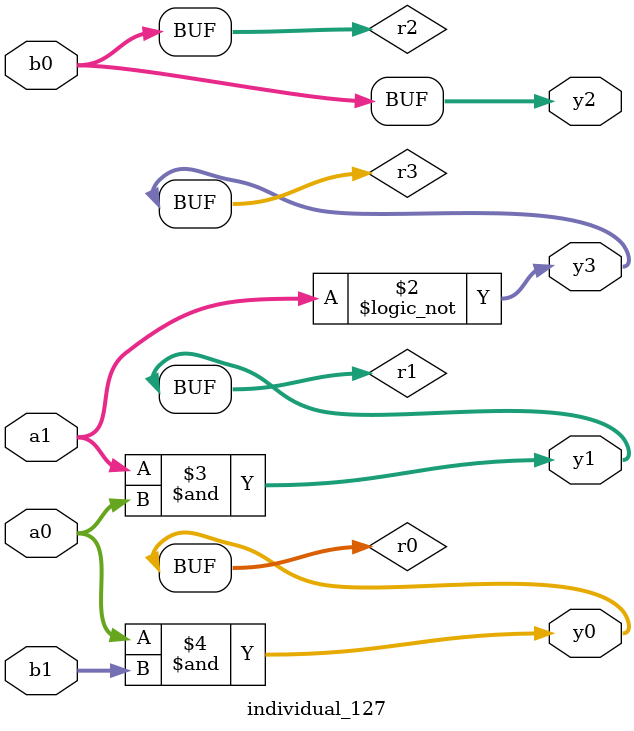
<source format=sv>
module individual_127(input logic [15:0] a1, input logic [15:0] a0, input logic [15:0] b1, input logic [15:0] b0, output logic [15:0] y3, output logic [15:0] y2, output logic [15:0] y1, output logic [15:0] y0);
logic [15:0] r0, r1, r2, r3; 
 always@(*) begin 
	 r0 = a0; r1 = a1; r2 = b0; r3 = b1; 
 	 r3 = ! a1 ;
 	 r1  &=  r0 ;
 	 r0  &=  b1 ;
 	 y3 = r3; y2 = r2; y1 = r1; y0 = r0; 
end
endmodule
</source>
